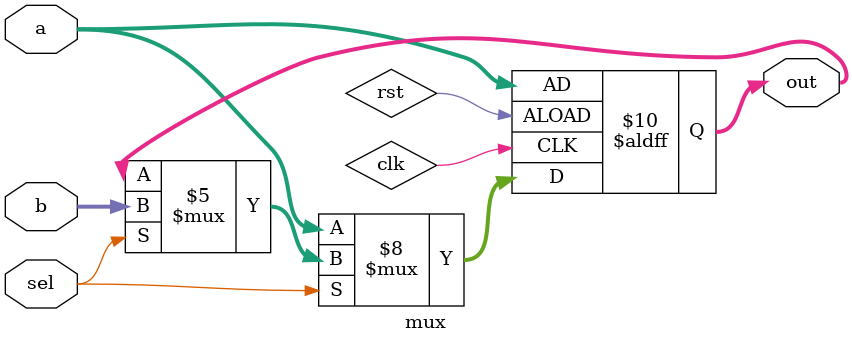
<source format=v>
module mux( 
input [4:0] a, b,
input sel,
output [4:0] out );
// When sel=0, assign a to out. 
// When sel=1, assign b to out.
always @(posedge clk or negedge rst) begin
  if (~rst) begin
    out <= a;
  end
  else if (sel == 0) begin
    out <= a;
  end
  else if (sel == 1) begin
    out <= b;
  end
end

endmodule

</source>
